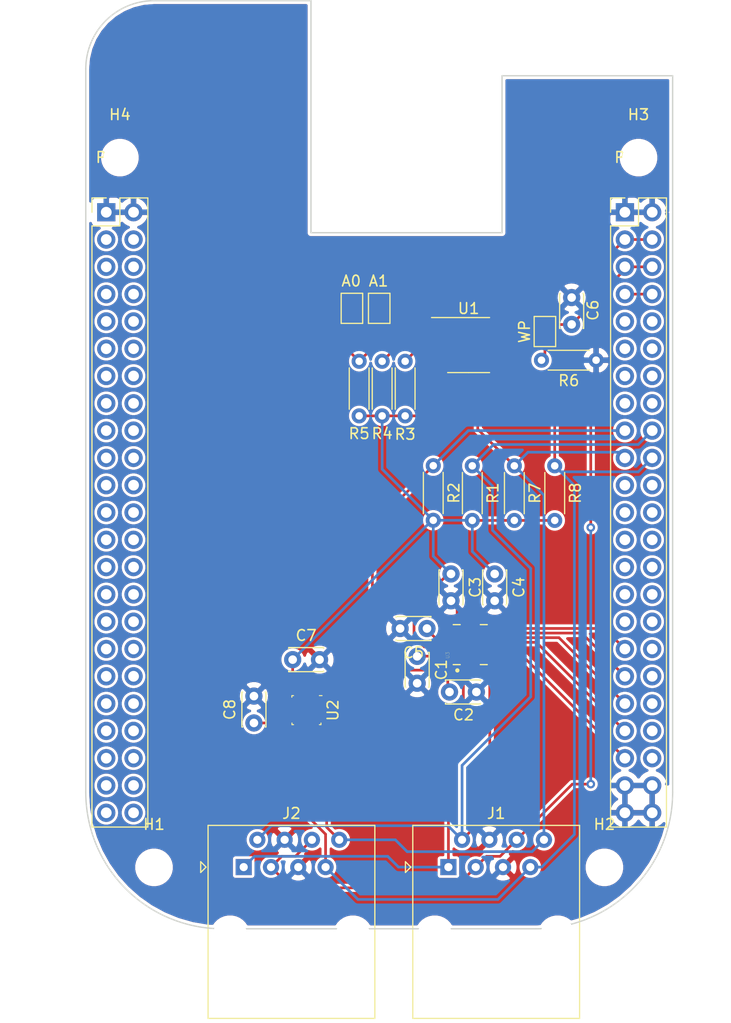
<source format=kicad_pcb>
(kicad_pcb (version 20171130) (host pcbnew "(5.1.9)-1")
  (layers (0 F.Cu signal) (31 B.Cu signal) (34 B.Paste user) (35 F.Paste user) (36 B.SilkS user) (37 F.SilkS user) (38 B.Mask user) (39 F.Mask user) (44 Edge.Cuts user))
  (net 0 "")
  (net 1 GND)
  (net 2 /I2C2_SDA)
  (net 3 /I2C2_SCL)
  (net 4 "Net-(C1-Pad1)")
  (net 5 +5V)
  (net 6 /I2C1_SDA)
  (net 7 /I2C1_SCL)
  (net 8 SYS_5V)
  (net 9 +3V3)
  (net 10 "Net-(JP1-Pad1)")
  (net 11 "Net-(JP2-Pad1)")
  (net 12 "Net-(JP3-Pad2)")
  (net 13 "Net-(R3-Pad2)")
  (net 14 "Net-(C5-Pad1)")
  (net 15 /LSM9_EN)
  (net 16 /INT2_A)
  (net 17 /INT1_A)
  (net 18 /DRDY_M)
  (net 19 /INT_M)
  (module Connector_PinHeader_2.54mm:PinHeader_2x23_P2.54mm_Vertical (layer F.Cu) (at 116.3701 62.3824)
    (fp_text reference P8 (at 0 -5.1) (layer F.SilkS))
    (fp_text value BeagleBone_Black_Header)
    (pad 1 thru_hole rect (at 0 0) (size 1.7 1.7) (drill 1) (layers *.Cu *.Mask) (net 1 GND))
    (pad 2 thru_hole oval (at 2.54 0) (size 1.7 1.7) (drill 1) (layers *.Cu *.Mask) (net 1 GND))
    (pad 3 thru_hole oval (at 0 2.54) (size 1.7 1.7) (drill 1) (layers *.Cu *.Mask))
    (pad 4 thru_hole oval (at 2.54 2.54) (size 1.7 1.7) (drill 1) (layers *.Cu *.Mask))
    (pad 5 thru_hole oval (at 0 5.08) (size 1.7 1.7) (drill 1) (layers *.Cu *.Mask))
    (pad 6 thru_hole oval (at 2.54 5.08) (size 1.7 1.7) (drill 1) (layers *.Cu *.Mask))
    (pad 7 thru_hole oval (at 0 7.62) (size 1.7 1.7) (drill 1) (layers *.Cu *.Mask))
    (pad 8 thru_hole oval (at 2.54 7.62) (size 1.7 1.7) (drill 1) (layers *.Cu *.Mask))
    (pad 9 thru_hole oval (at 0 10.16) (size 1.7 1.7) (drill 1) (layers *.Cu *.Mask))
    (pad 10 thru_hole oval (at 2.54 10.16) (size 1.7 1.7) (drill 1) (layers *.Cu *.Mask))
    (pad 11 thru_hole oval (at 0 12.7) (size 1.7 1.7) (drill 1) (layers *.Cu *.Mask))
    (pad 12 thru_hole oval (at 2.54 12.7) (size 1.7 1.7) (drill 1) (layers *.Cu *.Mask))
    (pad 13 thru_hole oval (at 0 15.24) (size 1.7 1.7) (drill 1) (layers *.Cu *.Mask))
    (pad 14 thru_hole oval (at 2.54 15.24) (size 1.7 1.7) (drill 1) (layers *.Cu *.Mask))
    (pad 15 thru_hole oval (at 0 17.78) (size 1.7 1.7) (drill 1) (layers *.Cu *.Mask))
    (pad 16 thru_hole oval (at 2.54 17.78) (size 1.7 1.7) (drill 1) (layers *.Cu *.Mask))
    (pad 17 thru_hole oval (at 0 20.32) (size 1.7 1.7) (drill 1) (layers *.Cu *.Mask))
    (pad 18 thru_hole oval (at 2.54 20.32) (size 1.7 1.7) (drill 1) (layers *.Cu *.Mask))
    (pad 19 thru_hole oval (at 0 22.86) (size 1.7 1.7) (drill 1) (layers *.Cu *.Mask))
    (pad 20 thru_hole oval (at 2.54 22.86) (size 1.7 1.7) (drill 1) (layers *.Cu *.Mask))
    (pad 21 thru_hole oval (at 0 25.4) (size 1.7 1.7) (drill 1) (layers *.Cu *.Mask))
    (pad 22 thru_hole oval (at 2.54 25.4) (size 1.7 1.7) (drill 1) (layers *.Cu *.Mask))
    (pad 23 thru_hole oval (at 0 27.94) (size 1.7 1.7) (drill 1) (layers *.Cu *.Mask))
    (pad 24 thru_hole oval (at 2.54 27.94) (size 1.7 1.7) (drill 1) (layers *.Cu *.Mask))
    (pad 25 thru_hole oval (at 0 30.48) (size 1.7 1.7) (drill 1) (layers *.Cu *.Mask))
    (pad 26 thru_hole oval (at 2.54 30.48) (size 1.7 1.7) (drill 1) (layers *.Cu *.Mask))
    (pad 27 thru_hole oval (at 0 33.02) (size 1.7 1.7) (drill 1) (layers *.Cu *.Mask))
    (pad 28 thru_hole oval (at 2.54 33.02) (size 1.7 1.7) (drill 1) (layers *.Cu *.Mask))
    (pad 29 thru_hole oval (at 0 35.56) (size 1.7 1.7) (drill 1) (layers *.Cu *.Mask))
    (pad 30 thru_hole oval (at 2.54 35.56) (size 1.7 1.7) (drill 1) (layers *.Cu *.Mask))
    (pad 31 thru_hole oval (at 0 38.1) (size 1.7 1.7) (drill 1) (layers *.Cu *.Mask))
    (pad 32 thru_hole oval (at 2.54 38.1) (size 1.7 1.7) (drill 1) (layers *.Cu *.Mask))
    (pad 33 thru_hole oval (at 0 40.64) (size 1.7 1.7) (drill 1) (layers *.Cu *.Mask))
    (pad 34 thru_hole oval (at 2.54 40.64) (size 1.7 1.7) (drill 1) (layers *.Cu *.Mask))
    (pad 35 thru_hole oval (at 0 43.18) (size 1.7 1.7) (drill 1) (layers *.Cu *.Mask))
    (pad 36 thru_hole oval (at 2.54 43.18) (size 1.7 1.7) (drill 1) (layers *.Cu *.Mask))
    (pad 37 thru_hole oval (at 0 45.72) (size 1.7 1.7) (drill 1) (layers *.Cu *.Mask))
    (pad 38 thru_hole oval (at 2.54 45.72) (size 1.7 1.7) (drill 1) (layers *.Cu *.Mask))
    (pad 39 thru_hole oval (at 0 48.26) (size 1.7 1.7) (drill 1) (layers *.Cu *.Mask))
    (pad 40 thru_hole oval (at 2.54 48.26) (size 1.7 1.7) (drill 1) (layers *.Cu *.Mask))
    (pad 41 thru_hole oval (at 0 50.8) (size 1.7 1.7) (drill 1) (layers *.Cu *.Mask))
    (pad 42 thru_hole oval (at 2.54 50.8) (size 1.7 1.7) (drill 1) (layers *.Cu *.Mask))
    (pad 43 thru_hole oval (at 0 53.34) (size 1.7 1.7) (drill 1) (layers *.Cu *.Mask))
    (pad 44 thru_hole oval (at 2.54 53.34) (size 1.7 1.7) (drill 1) (layers *.Cu *.Mask))
    (pad 45 thru_hole oval (at 0 55.88) (size 1.7 1.7) (drill 1) (layers *.Cu *.Mask))
    (pad 46 thru_hole oval (at 2.54 55.88) (size 1.7 1.7) (drill 1) (layers *.Cu *.Mask))
  )
  (module Connector_PinHeader_2.54mm:PinHeader_2x23_P2.54mm_Vertical (layer F.Cu) (at 164.6301 62.3824)
    (fp_text reference P9 (at 0 -5.1) (layer F.SilkS))
    (fp_text value BeagleBone_Black_Header)
    (pad 1 thru_hole rect (at 0 0) (size 1.7 1.7) (drill 1) (layers *.Cu *.Mask) (net 1 GND))
    (pad 2 thru_hole oval (at 2.54 0) (size 1.7 1.7) (drill 1) (layers *.Cu *.Mask) (net 1 GND))
    (pad 3 thru_hole oval (at 0 2.54) (size 1.7 1.7) (drill 1) (layers *.Cu *.Mask) (net 9 +3V3))
    (pad 4 thru_hole oval (at 2.54 2.54) (size 1.7 1.7) (drill 1) (layers *.Cu *.Mask) (net 9 +3V3))
    (pad 5 thru_hole oval (at 0 5.08) (size 1.7 1.7) (drill 1) (layers *.Cu *.Mask) (net 5 +5V))
    (pad 6 thru_hole oval (at 2.54 5.08) (size 1.7 1.7) (drill 1) (layers *.Cu *.Mask) (net 5 +5V))
    (pad 7 thru_hole oval (at 0 7.62) (size 1.7 1.7) (drill 1) (layers *.Cu *.Mask) (net 8 SYS_5V))
    (pad 8 thru_hole oval (at 2.54 7.62) (size 1.7 1.7) (drill 1) (layers *.Cu *.Mask) (net 8 SYS_5V))
    (pad 9 thru_hole oval (at 0 10.16) (size 1.7 1.7) (drill 1) (layers *.Cu *.Mask))
    (pad 10 thru_hole oval (at 2.54 10.16) (size 1.7 1.7) (drill 1) (layers *.Cu *.Mask))
    (pad 11 thru_hole oval (at 0 12.7) (size 1.7 1.7) (drill 1) (layers *.Cu *.Mask))
    (pad 12 thru_hole oval (at 2.54 12.7) (size 1.7 1.7) (drill 1) (layers *.Cu *.Mask))
    (pad 13 thru_hole oval (at 0 15.24) (size 1.7 1.7) (drill 1) (layers *.Cu *.Mask))
    (pad 14 thru_hole oval (at 2.54 15.24) (size 1.7 1.7) (drill 1) (layers *.Cu *.Mask))
    (pad 15 thru_hole oval (at 0 17.78) (size 1.7 1.7) (drill 1) (layers *.Cu *.Mask))
    (pad 16 thru_hole oval (at 2.54 17.78) (size 1.7 1.7) (drill 1) (layers *.Cu *.Mask))
    (pad 17 thru_hole oval (at 0 20.32) (size 1.7 1.7) (drill 1) (layers *.Cu *.Mask) (net 7 /I2C1_SCL))
    (pad 18 thru_hole oval (at 2.54 20.32) (size 1.7 1.7) (drill 1) (layers *.Cu *.Mask) (net 6 /I2C1_SDA))
    (pad 19 thru_hole oval (at 0 22.86) (size 1.7 1.7) (drill 1) (layers *.Cu *.Mask) (net 3 /I2C2_SCL))
    (pad 20 thru_hole oval (at 2.54 22.86) (size 1.7 1.7) (drill 1) (layers *.Cu *.Mask) (net 2 /I2C2_SDA))
    (pad 21 thru_hole oval (at 0 25.4) (size 1.7 1.7) (drill 1) (layers *.Cu *.Mask))
    (pad 22 thru_hole oval (at 2.54 25.4) (size 1.7 1.7) (drill 1) (layers *.Cu *.Mask))
    (pad 23 thru_hole oval (at 0 27.94) (size 1.7 1.7) (drill 1) (layers *.Cu *.Mask))
    (pad 24 thru_hole oval (at 2.54 27.94) (size 1.7 1.7) (drill 1) (layers *.Cu *.Mask))
    (pad 25 thru_hole oval (at 0 30.48) (size 1.7 1.7) (drill 1) (layers *.Cu *.Mask))
    (pad 26 thru_hole oval (at 2.54 30.48) (size 1.7 1.7) (drill 1) (layers *.Cu *.Mask))
    (pad 27 thru_hole oval (at 0 33.02) (size 1.7 1.7) (drill 1) (layers *.Cu *.Mask))
    (pad 28 thru_hole oval (at 2.54 33.02) (size 1.7 1.7) (drill 1) (layers *.Cu *.Mask))
    (pad 29 thru_hole oval (at 0 35.56) (size 1.7 1.7) (drill 1) (layers *.Cu *.Mask))
    (pad 30 thru_hole oval (at 2.54 35.56) (size 1.7 1.7) (drill 1) (layers *.Cu *.Mask))
    (pad 31 thru_hole oval (at 0 38.1) (size 1.7 1.7) (drill 1) (layers *.Cu *.Mask))
    (pad 32 thru_hole oval (at 2.54 38.1) (size 1.7 1.7) (drill 1) (layers *.Cu *.Mask))
    (pad 33 thru_hole oval (at 0 40.64) (size 1.7 1.7) (drill 1) (layers *.Cu *.Mask) (net 15 /LSM9_EN))
    (pad 34 thru_hole oval (at 2.54 40.64) (size 1.7 1.7) (drill 1) (layers *.Cu *.Mask))
    (pad 35 thru_hole oval (at 0 43.18) (size 1.7 1.7) (drill 1) (layers *.Cu *.Mask) (net 16 /INT2_A))
    (pad 36 thru_hole oval (at 2.54 43.18) (size 1.7 1.7) (drill 1) (layers *.Cu *.Mask))
    (pad 37 thru_hole oval (at 0 45.72) (size 1.7 1.7) (drill 1) (layers *.Cu *.Mask) (net 17 /INT1_A))
    (pad 38 thru_hole oval (at 2.54 45.72) (size 1.7 1.7) (drill 1) (layers *.Cu *.Mask))
    (pad 39 thru_hole oval (at 0 48.26) (size 1.7 1.7) (drill 1) (layers *.Cu *.Mask) (net 18 /DRDY_M))
    (pad 40 thru_hole oval (at 2.54 48.26) (size 1.7 1.7) (drill 1) (layers *.Cu *.Mask))
    (pad 41 thru_hole oval (at 0 50.8) (size 1.7 1.7) (drill 1) (layers *.Cu *.Mask) (net 19 /INT_M))
    (pad 42 thru_hole oval (at 2.54 50.8) (size 1.7 1.7) (drill 1) (layers *.Cu *.Mask))
    (pad 43 thru_hole oval (at 0 53.34) (size 1.7 1.7) (drill 1) (layers *.Cu *.Mask) (net 1 GND))
    (pad 44 thru_hole oval (at 2.54 53.34) (size 1.7 1.7) (drill 1) (layers *.Cu *.Mask) (net 1 GND))
    (pad 45 thru_hole oval (at 0 55.88) (size 1.7 1.7) (drill 1) (layers *.Cu *.Mask) (net 1 GND))
    (pad 46 thru_hole oval (at 2.54 55.88) (size 1.7 1.7) (drill 1) (layers *.Cu *.Mask) (net 1 GND))
  )
  (module Package_SO:SOIC-8_3.9x4.9mm_P1.27mm (layer F.Cu) (at 150.0889 74.7417)
    (fp_text reference U1 (at 0 -3.4) (layer F.SilkS))
    (fp_text value CAT24C256)
    (pad 8 smd roundrect (at 2.475 -1.905) (size 1.95 0.6) (layers F.Cu F.Paste F.Mask) (net 9 +3V3))
    (pad 7 smd roundrect (at 2.475 -0.635) (size 1.95 0.6) (layers F.Cu F.Paste F.Mask) (net 12 "Net-(JP3-Pad2)"))
    (pad 6 smd roundrect (at 2.475 0.635) (size 1.95 0.6) (layers F.Cu F.Paste F.Mask) (net 3 /I2C2_SCL))
    (pad 5 smd roundrect (at 2.475 1.905) (size 1.95 0.6) (layers F.Cu F.Paste F.Mask) (net 2 /I2C2_SDA))
    (pad 4 smd roundrect (at -2.475 1.905) (size 1.95 0.6) (layers F.Cu F.Paste F.Mask) (net 1 GND))
    (pad 3 smd roundrect (at -2.475 0.635) (size 1.95 0.6) (layers F.Cu F.Paste F.Mask) (net 13 "Net-(R3-Pad2)"))
    (pad 2 smd roundrect (at -2.475 -0.635) (size 1.95 0.6) (layers F.Cu F.Paste F.Mask) (net 11 "Net-(JP2-Pad1)"))
    (pad 1 smd roundrect (at -2.475 -1.905) (size 1.95 0.6) (layers F.Cu F.Paste F.Mask) (net 10 "Net-(JP1-Pad1)"))
  )
  (module Resistor_THT:R_Axial_DIN0204_L3.6mm_D1.6mm_P5.08mm_Horizontal (layer F.Cu) (at 156.8704 76.1492)
    (fp_text reference R6 (at 2.54 1.905) (layer F.SilkS))
    (fp_text value 10k)
    (pad 2 thru_hole oval (at 5.08 0) (size 1.4 1.4) (drill 0.7) (layers *.Cu *.Mask) (net 1 GND))
    (pad 1 thru_hole circle (at 0 0) (size 1.4 1.4) (drill 0.7) (layers *.Cu *.Mask) (net 12 "Net-(JP3-Pad2)"))
  )
  (module Resistor_THT:R_Axial_DIN0204_L3.6mm_D1.6mm_P5.08mm_Horizontal (layer F.Cu) (at 139.9032 81.3308 90)
    (fp_text reference R5 (at -1.651 0 180) (layer F.SilkS))
    (fp_text value 4.7k)
    (pad 2 thru_hole oval (at 5.08 0 90) (size 1.4 1.4) (drill 0.7) (layers *.Cu *.Mask) (net 10 "Net-(JP1-Pad1)"))
    (pad 1 thru_hole circle (at 0 0 90) (size 1.4 1.4) (drill 0.7) (layers *.Cu *.Mask) (net 9 +3V3))
  )
  (module Resistor_THT:R_Axial_DIN0204_L3.6mm_D1.6mm_P5.08mm_Horizontal (layer F.Cu) (at 142.04315 81.3308 90)
    (fp_text reference R4 (at -1.651 0 180) (layer F.SilkS))
    (fp_text value 4.7k)
    (pad 2 thru_hole oval (at 5.08 0 90) (size 1.4 1.4) (drill 0.7) (layers *.Cu *.Mask) (net 11 "Net-(JP2-Pad1)"))
    (pad 1 thru_hole circle (at 0 0 90) (size 1.4 1.4) (drill 0.7) (layers *.Cu *.Mask) (net 9 +3V3))
  )
  (module Resistor_THT:R_Axial_DIN0204_L3.6mm_D1.6mm_P5.08mm_Horizontal (layer F.Cu) (at 144.1831 81.3308 90)
    (fp_text reference R3 (at -1.7145 0 180) (layer F.SilkS))
    (fp_text value 4.7k)
    (pad 2 thru_hole oval (at 5.08 0 90) (size 1.4 1.4) (drill 0.7) (layers *.Cu *.Mask) (net 13 "Net-(R3-Pad2)"))
    (pad 1 thru_hole circle (at 0 0 90) (size 1.4 1.4) (drill 0.7) (layers *.Cu *.Mask) (net 9 +3V3))
  )
  (module Jumper:SolderJumper-2_P1.3mm_Open_Pad1.0x1.5mm (layer F.Cu) (at 157.1879 73.4822 270)
    (fp_text reference JP3)
    (fp_text value WP (at 0 1.9 90) (layer F.SilkS))
    (pad 1 smd rect (at -0.65 0 270) (size 1 1.5) (layers F.Cu F.Mask) (net 9 +3V3))
    (pad 2 smd rect (at 0.65 0 270) (size 1 1.5) (layers F.Cu F.Mask) (net 12 "Net-(JP3-Pad2)"))
  )
  (module Jumper:SolderJumper-2_P1.3mm_Open_Pad1.0x1.5mm (layer F.Cu) (at 141.7701 71.3232 90)
    (fp_text reference JP2)
    (fp_text value A1 (at 2.54 -0.0635 180) (layer F.SilkS))
    (pad 1 smd rect (at -0.65 0 90) (size 1 1.5) (layers F.Cu F.Mask) (net 11 "Net-(JP2-Pad1)"))
    (pad 2 smd rect (at 0.65 0 90) (size 1 1.5) (layers F.Cu F.Mask) (net 1 GND))
  )
  (module Jumper:SolderJumper-2_P1.3mm_Open_Pad1.0x1.5mm (layer F.Cu) (at 139.2301 71.3232 90)
    (fp_text reference JP1)
    (fp_text value A0 (at 2.54 -0.0635 180) (layer F.SilkS))
    (pad 1 smd rect (at -0.65 0 90) (size 1 1.5) (layers F.Cu F.Mask) (net 10 "Net-(JP1-Pad1)"))
    (pad 2 smd rect (at 0.65 0 90) (size 1 1.5) (layers F.Cu F.Mask) (net 1 GND))
  )
  (module Capacitor_THT:C_Disc_D3.0mm_W2.0mm_P2.50mm (layer F.Cu) (at 159.6771 72.8218 90)
    (fp_text reference C6 (at 1.3208 1.9812 90) (layer F.SilkS))
    (fp_text value 0.1u)
    (pad 2 thru_hole circle (at 2.5 0 90) (size 1.6 1.6) (drill 0.8) (layers *.Cu *.Mask) (net 1 GND))
    (pad 1 thru_hole circle (at 0 0 90) (size 1.6 1.6) (drill 0.8) (layers *.Cu *.Mask) (net 9 +3V3))
  )
  (module MountingHole:MountingHole_3mm (layer F.Cu) (at 117.6401 57.3024)
    (fp_text reference H4 (at 0 -4) (layer F.SilkS))
    (fp_text value MountingHole)
    (pad 1 np_thru_hole circle (at 0 0) (size 3 3) (drill 3) (layers *.Cu *.Mask))
  )
  (module MountingHole:MountingHole_3mm (layer F.Cu) (at 165.9001 57.3024)
    (fp_text reference H3 (at 0 -4) (layer F.SilkS))
    (fp_text value MountingHole)
    (pad 1 np_thru_hole circle (at 0 0) (size 3 3) (drill 3) (layers *.Cu *.Mask))
  )
  (module MountingHole:MountingHole_3mm (layer F.Cu) (at 162.7251 123.3424)
    (fp_text reference H2 (at 0 -4) (layer F.SilkS))
    (fp_text value MountingHole)
    (pad 1 np_thru_hole circle (at 0 0) (size 3 3) (drill 3) (layers *.Cu *.Mask))
  )
  (module MountingHole:MountingHole_3mm (layer F.Cu) (at 120.8151 123.3424)
    (fp_text reference H1 (at 0 -4) (layer F.SilkS))
    (fp_text value MountingHole)
    (pad 1 np_thru_hole circle (at 0 0) (size 3 3) (drill 3) (layers *.Cu *.Mask))
  )
  (module Package_LGA:Bosch_LGA-8_2.5x2.5mm_P0.65mm_ClockwisePinNumbering (layer F.Cu) (at 135.001 108.712 270)
    (fp_text reference U2 (at 0.015 -2.465 90) (layer F.SilkS))
    (fp_text value BME_280)
    (pad 5 smd rect (at 0.975 1.025) (size 0.5 0.35) (layers F.Cu F.Paste F.Mask) (net 1 GND))
    (pad 6 smd rect (at 0.325 1.025) (size 0.5 0.35) (layers F.Cu F.Paste F.Mask) (net 9 +3V3))
    (pad 7 smd rect (at -0.325 1.025) (size 0.5 0.35) (layers F.Cu F.Paste F.Mask) (net 1 GND))
    (pad 8 smd rect (at -0.975 1.025) (size 0.5 0.35) (layers F.Cu F.Paste F.Mask) (net 9 +3V3))
    (pad 1 smd rect (at -0.975 -1.025) (size 0.5 0.35) (layers F.Cu F.Paste F.Mask) (net 1 GND))
    (pad 2 smd rect (at -0.325 -1.025) (size 0.5 0.35) (layers F.Cu F.Paste F.Mask) (net 9 +3V3))
    (pad 3 smd rect (at 0.325 -1.025) (size 0.5 0.35) (layers F.Cu F.Paste F.Mask) (net 2 /I2C2_SDA))
    (pad 4 smd rect (at 0.975 -1.025) (size 0.5 0.35) (layers F.Cu F.Paste F.Mask) (net 3 /I2C2_SCL))
  )
  (module Capacitor_THT:C_Disc_D3.0mm_W2.0mm_P2.50mm (layer F.Cu) (at 130.1115 109.9058 90)
    (fp_text reference C8 (at 1.25 -2.25 90) (layer F.SilkS))
    (fp_text value 100nF)
    (pad 2 thru_hole circle (at 2.5 0 90) (size 1.6 1.6) (drill 0.8) (layers *.Cu *.Mask) (net 1 GND))
    (pad 1 thru_hole circle (at 0 0 90) (size 1.6 1.6) (drill 0.8) (layers *.Cu *.Mask) (net 9 +3V3))
  )
  (module Capacitor_THT:C_Disc_D3.0mm_W2.0mm_P2.50mm (layer F.Cu) (at 133.7183 104.013)
    (fp_text reference C7 (at 1.25 -2.25) (layer F.SilkS))
    (fp_text value 100nF)
    (pad 2 thru_hole circle (at 2.5 0) (size 1.6 1.6) (drill 0.8) (layers *.Cu *.Mask) (net 1 GND))
    (pad 1 thru_hole circle (at 0 0) (size 1.6 1.6) (drill 0.8) (layers *.Cu *.Mask) (net 9 +3V3))
  )
  (module Capacitor_THT:C_Disc_D3.0mm_W2.0mm_P2.50mm (layer F.Cu) (at 146.2151 101.1174 180)
    (fp_text reference C5 (at 1.25 -2.25) (layer F.SilkS))
    (fp_text value 10nF)
    (pad 1 thru_hole circle (at 0 0 180) (size 1.6 1.6) (drill 0.8) (layers *.Cu *.Mask) (net 14 "Net-(C5-Pad1)"))
    (pad 2 thru_hole circle (at 2.5 0 180) (size 1.6 1.6) (drill 0.8) (layers *.Cu *.Mask) (net 1 GND))
  )
  (module Capacitor_THT:C_Disc_D3.0mm_W2.0mm_P2.50mm (layer F.Cu) (at 152.5143 96.0374 270)
    (fp_text reference C4 (at 1.25 -2.25 90) (layer F.SilkS))
    (fp_text value 10uF)
    (pad 2 thru_hole circle (at 2.5 0 270) (size 1.6 1.6) (drill 0.8) (layers *.Cu *.Mask) (net 1 GND))
    (pad 1 thru_hole circle (at 0 0 270) (size 1.6 1.6) (drill 0.8) (layers *.Cu *.Mask) (net 9 +3V3))
  )
  (module Capacitor_THT:C_Disc_D3.0mm_W2.0mm_P2.50mm (layer F.Cu) (at 148.4503 96.0374 270)
    (fp_text reference C3 (at 1.25 -2.25 90) (layer F.SilkS))
    (fp_text value 100nF)
    (pad 2 thru_hole circle (at 2.5 0 270) (size 1.6 1.6) (drill 0.8) (layers *.Cu *.Mask) (net 1 GND))
    (pad 1 thru_hole circle (at 0 0 270) (size 1.6 1.6) (drill 0.8) (layers *.Cu *.Mask) (net 9 +3V3))
  )
  (module Capacitor_THT:C_Disc_D3.0mm_W2.0mm_P2.50mm (layer F.Cu) (at 148.3106 107.0229)
    (fp_text reference C2 (at 1.3062 2.1336) (layer F.SilkS))
    (fp_text value 100nF)
    (pad 2 thru_hole circle (at 2.5 0) (size 1.6 1.6) (drill 0.8) (layers *.Cu *.Mask) (net 1 GND))
    (pad 1 thru_hole circle (at 0 0) (size 1.6 1.6) (drill 0.8) (layers *.Cu *.Mask) (net 9 +3V3))
  )
  (module Capacitor_THT:C_Disc_D3.0mm_W2.0mm_P2.50mm (layer F.Cu) (at 145.3007 103.7082 270)
    (fp_text reference C1 (at 1.25 -2.25 90) (layer F.SilkS))
    (fp_text value 100nF)
    (pad 2 thru_hole circle (at 2.5 0 270) (size 1.6 1.6) (drill 0.8) (layers *.Cu *.Mask) (net 1 GND))
    (pad 1 thru_hole circle (at 0 0 270) (size 1.6 1.6) (drill 0.8) (layers *.Cu *.Mask) (net 4 "Net-(C1-Pad1)"))
  )
  (module Resistor_THT:R_Axial_DIN0204_L3.6mm_D1.6mm_P5.08mm_Horizontal (layer F.Cu) (at 146.7993 85.9663 270)
    (fp_text reference R2 (at 2.54 -1.92 90) (layer F.SilkS))
    (fp_text value 4.7k)
    (pad 2 thru_hole oval (at 5.08 0 270) (size 1.4 1.4) (drill 0.7) (layers *.Cu *.Mask) (net 9 +3V3))
    (pad 1 thru_hole circle (at 0 0 270) (size 1.4 1.4) (drill 0.7) (layers *.Cu *.Mask) (net 7 /I2C1_SCL))
  )
  (module Resistor_THT:R_Axial_DIN0204_L3.6mm_D1.6mm_P5.08mm_Horizontal (layer F.Cu) (at 150.4315 85.979 270)
    (fp_text reference R1 (at 2.54 -1.92 90) (layer F.SilkS))
    (fp_text value 4.7k)
    (pad 2 thru_hole oval (at 5.08 0 270) (size 1.4 1.4) (drill 0.7) (layers *.Cu *.Mask) (net 9 +3V3))
    (pad 1 thru_hole circle (at 0 0 270) (size 1.4 1.4) (drill 0.7) (layers *.Cu *.Mask) (net 6 /I2C1_SDA))
  )
  (module Connector_RJ:RJ45_Amphenol_54602-x08_Horizontal (layer F.Cu) (at 148.209 123.317)
    (fp_text reference J1 (at 4.445 -5) (layer F.SilkS))
    (fp_text value RJ45)
    (pad "" np_thru_hole circle (at 10.16 6.35) (size 3.2 3.2) (drill 3.2) (layers *.Cu *.Mask))
    (pad "" np_thru_hole circle (at -1.27 6.35) (size 3.2 3.2) (drill 3.2) (layers *.Cu *.Mask))
    (pad 1 thru_hole rect (at 0 0) (size 1.5 1.5) (drill 0.76) (layers *.Cu *.Mask) (net 7 /I2C1_SCL))
    (pad 2 thru_hole circle (at 1.27 -2.54) (size 1.5 1.5) (drill 0.76) (layers *.Cu *.Mask) (net 6 /I2C1_SDA))
    (pad 3 thru_hole circle (at 2.54 0) (size 1.5 1.5) (drill 0.76) (layers *.Cu *.Mask) (net 5 +5V))
    (pad 4 thru_hole circle (at 3.81 -2.54) (size 1.5 1.5) (drill 0.76) (layers *.Cu *.Mask) (net 1 GND))
    (pad 5 thru_hole circle (at 5.08 0) (size 1.5 1.5) (drill 0.76) (layers *.Cu *.Mask) (net 1 GND))
    (pad 6 thru_hole circle (at 6.35 -2.54) (size 1.5 1.5) (drill 0.76) (layers *.Cu *.Mask) (net 5 +5V))
    (pad 7 thru_hole circle (at 7.62 0) (size 1.5 1.5) (drill 0.76) (layers *.Cu *.Mask) (net 2 /I2C2_SDA))
    (pad 8 thru_hole circle (at 8.89 -2.54) (size 1.5 1.5) (drill 0.76) (layers *.Cu *.Mask) (net 3 /I2C2_SCL))
  )
  (module Connector_RJ:RJ45_Amphenol_54602-x08_Horizontal (layer F.Cu) (at 129.159 123.317)
    (fp_text reference J2 (at 4.445 -5) (layer F.SilkS))
    (fp_text value RJ45)
    (pad "" np_thru_hole circle (at 10.16 6.35) (size 3.2 3.2) (drill 3.2) (layers *.Cu *.Mask))
    (pad "" np_thru_hole circle (at -1.27 6.35) (size 3.2 3.2) (drill 3.2) (layers *.Cu *.Mask))
    (pad 1 thru_hole rect (at 0 0) (size 1.5 1.5) (drill 0.76) (layers *.Cu *.Mask) (net 7 /I2C1_SCL))
    (pad 2 thru_hole circle (at 1.27 -2.54) (size 1.5 1.5) (drill 0.76) (layers *.Cu *.Mask) (net 6 /I2C1_SDA))
    (pad 3 thru_hole circle (at 2.54 0) (size 1.5 1.5) (drill 0.76) (layers *.Cu *.Mask) (net 5 +5V))
    (pad 4 thru_hole circle (at 3.81 -2.54) (size 1.5 1.5) (drill 0.76) (layers *.Cu *.Mask) (net 1 GND))
    (pad 5 thru_hole circle (at 5.08 0) (size 1.5 1.5) (drill 0.76) (layers *.Cu *.Mask) (net 1 GND))
    (pad 6 thru_hole circle (at 6.35 -2.54) (size 1.5 1.5) (drill 0.76) (layers *.Cu *.Mask) (net 5 +5V))
    (pad 7 thru_hole circle (at 7.62 0) (size 1.5 1.5) (drill 0.76) (layers *.Cu *.Mask) (net 2 /I2C2_SDA))
    (pad 8 thru_hole circle (at 8.89 -2.54) (size 1.5 1.5) (drill 0.76) (layers *.Cu *.Mask) (net 3 /I2C2_SCL))
  )
  (module Resistor_THT:R_Axial_DIN0204_L3.6mm_D1.6mm_P5.08mm_Horizontal (layer F.Cu) (at 158.1023 85.979 270)
    (fp_text reference R8 (at 2.54 -1.92 90) (layer F.SilkS))
    (fp_text value 4.7k)
    (pad 2 thru_hole oval (at 5.08 0 270) (size 1.4 1.4) (drill 0.7) (layers *.Cu *.Mask) (net 9 +3V3))
    (pad 1 thru_hole circle (at 0 0 270) (size 1.4 1.4) (drill 0.7) (layers *.Cu *.Mask) (net 2 /I2C2_SDA))
  )
  (module Resistor_THT:R_Axial_DIN0204_L3.6mm_D1.6mm_P5.08mm_Horizontal (layer F.Cu) (at 154.3431 85.979 270)
    (fp_text reference R7 (at 2.54 -1.92 90) (layer F.SilkS))
    (fp_text value 4.7k)
    (pad 2 thru_hole oval (at 5.08 0 270) (size 1.4 1.4) (drill 0.7) (layers *.Cu *.Mask) (net 9 +3V3))
    (pad 1 thru_hole circle (at 0 0 270) (size 1.4 1.4) (drill 0.7) (layers *.Cu *.Mask) (net 3 /I2C2_SCL))
  )
  (module LSM9_DS1:LSM9_DS1 (layer F.Cu) (at 150.241 102.616 90)
    (fp_text reference U3 (at -0.985583 -2.106588 90) (layer F.SilkS) (effects (font (size 0.320516 0.320516) (thickness 0.015))))
    (fp_text value LSM9_DS1)
    (pad 24 smd rect (at -1.075 -1.22 90) (size 0.28 0.53) (layers F.Cu F.Paste F.Mask) (net 4 "Net-(C1-Pad1)"))
    (pad 23 smd rect (at -0.645 -1.22 90) (size 0.28 0.53) (layers F.Cu F.Paste F.Mask) (net 9 +3V3))
    (pad 22 smd rect (at -0.215 -1.22 90) (size 0.28 0.53) (layers F.Cu F.Paste F.Mask) (net 9 +3V3))
    (pad 21 smd rect (at 0.215 -1.22 90) (size 0.28 0.53) (layers F.Cu F.Paste F.Mask) (net 14 "Net-(C5-Pad1)"))
    (pad 20 smd rect (at 0.645 -1.22 90) (size 0.28 0.53) (layers F.Cu F.Paste F.Mask) (net 1 GND))
    (pad 19 smd rect (at 1.075 -1.22 90) (size 0.28 0.53) (layers F.Cu F.Paste F.Mask) (net 1 GND))
    (pad 18 smd rect (at 1.505 -1.22 90) (size 0.28 0.53) (layers F.Cu F.Paste F.Mask) (net 1 GND))
    (pad 17 smd rect (at 1.47 -0.645 90) (size 0.53 0.28) (layers F.Cu F.Paste F.Mask) (net 1 GND))
    (pad 16 smd rect (at 1.47 -0.215 90) (size 0.53 0.28) (layers F.Cu F.Paste F.Mask) (net 1 GND))
    (pad 15 smd rect (at 1.47 0.215 90) (size 0.53 0.28) (layers F.Cu F.Paste F.Mask) (net 1 GND))
    (pad 14 smd rect (at 1.47 0.645 90) (size 0.53 0.28) (layers F.Cu F.Paste F.Mask) (net 1 GND))
    (pad 13 smd rect (at 1.505 1.22 90) (size 0.28 0.53) (layers F.Cu F.Paste F.Mask) (net 15 /LSM9_EN))
    (pad 12 smd rect (at 1.075 1.22 90) (size 0.28 0.53) (layers F.Cu F.Paste F.Mask) (net 16 /INT2_A))
    (pad 11 smd rect (at 0.645 1.22 90) (size 0.28 0.53) (layers F.Cu F.Paste F.Mask) (net 17 /INT1_A))
    (pad 10 smd rect (at 0.215 1.22 90) (size 0.28 0.53) (layers F.Cu F.Paste F.Mask) (net 18 /DRDY_M))
    (pad 9 smd rect (at -0.215 1.22 90) (size 0.28 0.53) (layers F.Cu F.Paste F.Mask) (net 19 /INT_M))
    (pad 8 smd rect (at -0.645 1.22 90) (size 0.28 0.53) (layers F.Cu F.Paste F.Mask) (net 9 +3V3))
    (pad 7 smd rect (at -1.075 1.22 90) (size 0.28 0.53) (layers F.Cu F.Paste F.Mask) (net 9 +3V3))
    (pad 6 smd rect (at -1.505 1.22 90) (size 0.28 0.53) (layers F.Cu F.Paste F.Mask) (net 1 GND))
    (pad 5 smd rect (at -1.47 0.645 90) (size 0.53 0.28) (layers F.Cu F.Paste F.Mask) (net 1 GND))
    (pad 4 smd rect (at -1.47 0.215 90) (size 0.53 0.28) (layers F.Cu F.Paste F.Mask) (net 6 /I2C1_SDA))
    (pad 3 smd rect (at -1.47 -0.215 90) (size 0.53 0.28) (layers F.Cu F.Paste F.Mask) (net 9 +3V3))
    (pad 2 smd rect (at -1.47 -0.645 90) (size 0.53 0.28) (layers F.Cu F.Paste F.Mask) (net 7 /I2C1_SCL))
    (pad 1 smd rect (at -1.505 -1.22 90) (size 0.28 0.53) (layers F.Cu F.Paste F.Mask) (net 9 +3V3))
  )
  (gr_arc (start 127.1651 116.3574) (end 127.1651 129.0574) (angle 90) (layer Edge.Cuts) (width 0.127))
  (gr_arc (start 156.3751 116.3574) (end 169.0751 116.3574) (angle 90) (layer Edge.Cuts) (width 0.127))
  (gr_arc (start 120.8151 49.0474) (end 114.4651 49.0474) (angle 90) (layer Edge.Cuts) (width 0.127))
  (gr_line (start 135.4201 42.6974) (end 120.8151 42.6974) (layer Edge.Cuts) (width 0.127))
  (gr_line (start 135.4201 64.2874) (end 135.4201 42.6974) (layer Edge.Cuts) (width 0.127))
  (gr_line (start 153.2001 64.2874) (end 135.4201 64.2874) (layer Edge.Cuts) (width 0.127))
  (gr_line (start 153.2001 49.6824) (end 153.2001 64.2874) (layer Edge.Cuts) (width 0.127))
  (gr_line (start 169.0751 49.6824) (end 153.2001 49.6824) (layer Edge.Cuts) (width 0.127))
  (gr_line (start 169.0751 116.3574) (end 169.0751 49.6824) (layer Edge.Cuts) (width 0.127))
  (gr_line (start 127.1651 129.0574) (end 156.3751 129.0574) (layer Edge.Cuts) (width 0.127))
  (gr_line (start 114.4651 49.0474) (end 114.4651 116.3574) (layer Edge.Cuts) (width 0.127))
  (segment (start 134.476 108.387) (end 134.7851 108.6961) (width 0.25) (layer F.Cu) (net 1))
  (segment (start 133.976 108.387) (end 134.476 108.387) (width 0.25) (layer F.Cu) (net 1))
  (segment (start 134.7851 108.6961) (end 134.7851 110.5154) (width 0.25) (layer F.Cu) (net 1))
  (segment (start 150.886 104.404602) (end 151.408798 104.9274) (width 0.25) (layer F.Cu) (net 1))
  (segment (start 150.886 104.086) (end 150.886 104.404602) (width 0.25) (layer F.Cu) (net 1))
  (segment (start 151.408798 104.9274) (end 152.0571 104.9274) (width 0.25) (layer F.Cu) (net 1))
  (segment (start 149.021 101.971) (end 149.021 101.541) (width 0.25) (layer F.Cu) (net 1))
  (segment (start 149.021 101.111) (end 149.021 101.541) (width 0.25) (layer F.Cu) (net 1))
  (segment (start 149.561 101.111) (end 149.596 101.146) (width 0.25) (layer F.Cu) (net 1))
  (segment (start 149.021 101.111) (end 149.561 101.111) (width 0.25) (layer F.Cu) (net 1))
  (segment (start 149.596 101.146) (end 150.026 101.146) (width 0.25) (layer F.Cu) (net 1))
  (segment (start 150.026 101.146) (end 150.456 101.146) (width 0.25) (layer F.Cu) (net 1))
  (segment (start 150.456 101.146) (end 150.886 101.146) (width 0.25) (layer F.Cu) (net 1))
  (segment (start 149.021 99.1081) (end 148.4503 98.5374) (width 0.25) (layer F.Cu) (net 1))
  (segment (start 149.021 101.111) (end 149.021 99.1081) (width 0.25) (layer F.Cu) (net 1))
  (segment (start 151.461 104.121) (end 152.0127 104.121) (width 0.25) (layer F.Cu) (net 1))
  (segment (start 165.8747 86.5378) (end 167.1701 85.2424) (width 0.25) (layer B.Cu) (net 2))
  (segment (start 158.6611 86.5378) (end 165.8747 86.5378) (width 0.25) (layer B.Cu) (net 2))
  (segment (start 158.1023 85.979) (end 158.6611 86.5378) (width 0.25) (layer B.Cu) (net 2))
  (segment (start 152.5639 76.6467) (end 154.3072 76.6467) (width 0.25) (layer F.Cu) (net 2))
  (segment (start 158.1023 80.4418) (end 158.1023 85.979) (width 0.25) (layer F.Cu) (net 2))
  (segment (start 154.3072 76.6467) (end 158.1023 80.4418) (width 0.25) (layer F.Cu) (net 2))
  (segment (start 136.779 120.2563) (end 136.779 123.317) (width 0.25) (layer F.Cu) (net 2))
  (segment (start 135.2931 118.7704) (end 136.779 120.2563) (width 0.25) (layer F.Cu) (net 2))
  (segment (start 135.2931 109.2699) (end 135.2931 118.7704) (width 0.25) (layer F.Cu) (net 2))
  (segment (start 135.526 109.037) (end 135.2931 109.2699) (width 0.25) (layer F.Cu) (net 2))
  (segment (start 136.026 109.037) (end 135.526 109.037) (width 0.25) (layer F.Cu) (net 2))
  (segment (start 139.7889 126.3269) (end 136.779 123.317) (width 0.25) (layer B.Cu) (net 2))
  (segment (start 152.8191 126.3269) (end 139.7889 126.3269) (width 0.25) (layer B.Cu) (net 2))
  (segment (start 155.829 123.317) (end 152.8191 126.3269) (width 0.25) (layer B.Cu) (net 2))
  (segment (start 159.9311 120.27556) (end 159.9311 87.8078) (width 0.25) (layer B.Cu) (net 2))
  (segment (start 159.9311 87.8078) (end 158.1023 85.979) (width 0.25) (layer B.Cu) (net 2))
  (segment (start 156.88966 123.317) (end 159.9311 120.27556) (width 0.25) (layer B.Cu) (net 2))
  (segment (start 155.829 123.317) (end 156.88966 123.317) (width 0.25) (layer B.Cu) (net 2))
  (segment (start 154.3431 85.979) (end 155.6131 84.709) (width 0.25) (layer B.Cu) (net 3))
  (segment (start 164.0967 84.709) (end 164.6301 85.2424) (width 0.25) (layer B.Cu) (net 3))
  (segment (start 155.6131 84.709) (end 164.0967 84.709) (width 0.25) (layer B.Cu) (net 3))
  (segment (start 150.9395 82.5754) (end 154.3431 85.979) (width 0.25) (layer F.Cu) (net 3))
  (segment (start 151.9406 75.3767) (end 150.9395 76.3778) (width 0.25) (layer F.Cu) (net 3))
  (segment (start 150.9395 76.3778) (end 150.9395 82.5754) (width 0.25) (layer F.Cu) (net 3))
  (segment (start 152.5639 75.3767) (end 151.9406 75.3767) (width 0.25) (layer F.Cu) (net 3))
  (segment (start 136.8806 119.6086) (end 138.049 120.777) (width 0.25) (layer F.Cu) (net 3))
  (segment (start 136.8806 110.5416) (end 136.8806 119.6086) (width 0.25) (layer F.Cu) (net 3))
  (segment (start 136.026 109.687) (end 136.8806 110.5416) (width 0.25) (layer F.Cu) (net 3))
  (segment (start 157.099 120.777) (end 157.099 88.7095) (width 0.25) (layer B.Cu) (net 3))
  (segment (start 154.3685 85.979) (end 154.3431 85.979) (width 0.25) (layer B.Cu) (net 3))
  (segment (start 157.099 88.7095) (end 154.3685 85.979) (width 0.25) (layer B.Cu) (net 3))
  (segment (start 143.2687 120.777) (end 138.049 120.777) (width 0.25) (layer B.Cu) (net 3))
  (segment (start 144.3736 121.8819) (end 143.2687 120.777) (width 0.25) (layer B.Cu) (net 3))
  (segment (start 155.9941 121.8819) (end 144.3736 121.8819) (width 0.25) (layer B.Cu) (net 3))
  (segment (start 157.099 120.777) (end 155.9941 121.8819) (width 0.25) (layer B.Cu) (net 3))
  (segment (start 145.3179 103.691) (end 145.3007 103.7082) (width 0.25) (layer F.Cu) (net 4))
  (segment (start 149.021 103.691) (end 145.3179 103.691) (width 0.25) (layer F.Cu) (net 4))
  (segment (start 133.971001 122.314999) (end 135.509 120.777) (width 0.25) (layer F.Cu) (net 5))
  (segment (start 132.701001 122.314999) (end 133.971001 122.314999) (width 0.25) (layer F.Cu) (net 5))
  (segment (start 131.699 123.317) (end 132.701001 122.314999) (width 0.25) (layer F.Cu) (net 5))
  (segment (start 153.021001 122.314999) (end 154.559 120.777) (width 0.25) (layer F.Cu) (net 5))
  (segment (start 151.751001 122.314999) (end 153.021001 122.314999) (width 0.25) (layer F.Cu) (net 5))
  (segment (start 150.749 123.317) (end 151.751001 122.314999) (width 0.25) (layer F.Cu) (net 5))
  (segment (start 167.1701 67.4624) (end 164.6301 67.4624) (width 0.25) (layer F.Cu) (net 5))
  (via (at 161.4551 115.5954) (size 0.8) (drill 0.4) (layers F.Cu B.Cu) (net 5))
  (segment (start 159.7406 115.5954) (end 161.4551 115.5954) (width 0.25) (layer F.Cu) (net 5))
  (segment (start 154.559 120.777) (end 159.7406 115.5954) (width 0.25) (layer F.Cu) (net 5))
  (via (at 161.4551 91.7194) (size 0.8) (drill 0.4) (layers F.Cu B.Cu) (net 5))
  (segment (start 161.4551 115.5954) (end 161.4551 91.7194) (width 0.25) (layer B.Cu) (net 5))
  (segment (start 164.63001 67.46249) (end 164.6301 67.4624) (width 0.25) (layer F.Cu) (net 5))
  (segment (start 164.63001 67.71649) (end 164.63001 67.46249) (width 0.25) (layer F.Cu) (net 5))
  (segment (start 162.9791 69.3674) (end 164.63001 67.71649) (width 0.25) (layer F.Cu) (net 5))
  (segment (start 162.9791 72.1614) (end 162.9791 69.3674) (width 0.25) (layer F.Cu) (net 5))
  (segment (start 160.1851 74.9554) (end 162.9791 72.1614) (width 0.25) (layer F.Cu) (net 5))
  (segment (start 160.1851 78.5114) (end 160.1851 74.9554) (width 0.25) (layer F.Cu) (net 5))
  (segment (start 161.4551 79.7814) (end 160.1851 78.5114) (width 0.25) (layer F.Cu) (net 5))
  (segment (start 161.4551 91.7194) (end 161.4551 79.7814) (width 0.25) (layer F.Cu) (net 5))
  (segment (start 148.8186 125.2474) (end 150.749 123.317) (width 0.25) (layer F.Cu) (net 5))
  (segment (start 133.6294 125.2474) (end 148.8186 125.2474) (width 0.25) (layer F.Cu) (net 5))
  (segment (start 131.699 123.317) (end 133.6294 125.2474) (width 0.25) (layer F.Cu) (net 5))
  (segment (start 165.8747 83.9978) (end 167.1701 82.7024) (width 0.25) (layer B.Cu) (net 6))
  (segment (start 152.4127 83.9978) (end 165.8747 83.9978) (width 0.25) (layer B.Cu) (net 6))
  (segment (start 150.4315 85.979) (end 152.4127 83.9978) (width 0.25) (layer B.Cu) (net 6))
  (segment (start 152.0571 118.1989) (end 149.479 120.777) (width 0.25) (layer F.Cu) (net 6))
  (segment (start 150.456 104.601) (end 152.0571 106.2021) (width 0.25) (layer F.Cu) (net 6))
  (segment (start 150.456 104.086) (end 150.456 104.601) (width 0.25) (layer F.Cu) (net 6))
  (segment (start 131.7371 119.4689) (end 130.429 120.777) (width 0.25) (layer B.Cu) (net 6))
  (segment (start 148.1709 119.4689) (end 131.7371 119.4689) (width 0.25) (layer B.Cu) (net 6))
  (segment (start 149.479 120.777) (end 148.1709 119.4689) (width 0.25) (layer B.Cu) (net 6))
  (segment (start 152.0571 106.2021) (end 152.0571 118.1989) (width 0.25) (layer F.Cu) (net 6))
  (segment (start 152.3111 87.8586) (end 150.4315 85.979) (width 0.25) (layer B.Cu) (net 6))
  (segment (start 152.3111 91.9734) (end 152.3111 87.8586) (width 0.25) (layer B.Cu) (net 6))
  (segment (start 155.8671 95.5294) (end 152.3111 91.9734) (width 0.25) (layer B.Cu) (net 6))
  (segment (start 155.8671 107.4674) (end 155.8671 95.5294) (width 0.25) (layer B.Cu) (net 6))
  (segment (start 149.479 113.8555) (end 155.8671 107.4674) (width 0.25) (layer B.Cu) (net 6))
  (segment (start 149.479 120.777) (end 149.479 113.8555) (width 0.25) (layer B.Cu) (net 6))
  (segment (start 150.0632 82.7024) (end 164.6301 82.7024) (width 0.25) (layer B.Cu) (net 7))
  (segment (start 146.7993 85.9663) (end 150.0632 82.7024) (width 0.25) (layer B.Cu) (net 7))
  (segment (start 148.209 109.9185) (end 148.209 123.317) (width 0.25) (layer F.Cu) (net 7))
  (segment (start 149.596 108.5315) (end 148.209 109.9185) (width 0.25) (layer F.Cu) (net 7))
  (segment (start 149.596 104.086) (end 149.596 108.5315) (width 0.25) (layer F.Cu) (net 7))
  (segment (start 145.3642 109.9185) (end 148.209 109.9185) (width 0.25) (layer F.Cu) (net 7))
  (segment (start 141.1351 105.6894) (end 145.3642 109.9185) (width 0.25) (layer F.Cu) (net 7))
  (segment (start 141.1351 91.6305) (end 141.1351 105.6894) (width 0.25) (layer F.Cu) (net 7))
  (segment (start 146.7993 85.9663) (end 141.1351 91.6305) (width 0.25) (layer F.Cu) (net 7))
  (segment (start 130.161001 122.314999) (end 129.159 123.317) (width 0.25) (layer B.Cu) (net 7))
  (segment (start 143.567263 123.317) (end 142.565262 122.314999) (width 0.25) (layer B.Cu) (net 7))
  (segment (start 142.565262 122.314999) (end 130.161001 122.314999) (width 0.25) (layer B.Cu) (net 7))
  (segment (start 148.209 123.317) (end 143.567263 123.317) (width 0.25) (layer B.Cu) (net 7))
  (segment (start 164.6301 70.0024) (end 167.1701 70.0024) (width 0.25) (layer F.Cu) (net 8))
  (segment (start 150.4188 91.0463) (end 150.4315 91.059) (width 0.25) (layer B.Cu) (net 9))
  (segment (start 146.7993 91.0463) (end 150.4188 91.0463) (width 0.25) (layer B.Cu) (net 9))
  (segment (start 157.1834 72.8367) (end 157.1879 72.8322) (width 0.25) (layer F.Cu) (net 9))
  (segment (start 152.5639 72.8367) (end 157.1834 72.8367) (width 0.25) (layer F.Cu) (net 9))
  (segment (start 159.6667 72.8322) (end 159.6771 72.8218) (width 0.25) (layer F.Cu) (net 9))
  (segment (start 157.1879 72.8322) (end 159.6667 72.8322) (width 0.25) (layer F.Cu) (net 9))
  (segment (start 139.9032 81.3308) (end 142.04315 81.3308) (width 0.25) (layer F.Cu) (net 9))
  (segment (start 142.04315 81.3308) (end 144.1831 81.3308) (width 0.25) (layer F.Cu) (net 9))
  (segment (start 151.5889 72.8367) (end 152.5639 72.8367) (width 0.25) (layer F.Cu) (net 9))
  (segment (start 149.8727 74.5529) (end 151.5889 72.8367) (width 0.25) (layer F.Cu) (net 9))
  (segment (start 149.8727 78.7654) (end 149.8727 74.5529) (width 0.25) (layer F.Cu) (net 9))
  (segment (start 147.3073 81.3308) (end 149.8727 78.7654) (width 0.25) (layer F.Cu) (net 9))
  (segment (start 144.1831 81.3308) (end 147.3073 81.3308) (width 0.25) (layer F.Cu) (net 9))
  (segment (start 146.7993 94.3864) (end 148.4503 96.0374) (width 0.25) (layer B.Cu) (net 9))
  (segment (start 146.7993 91.0463) (end 146.7993 94.3864) (width 0.25) (layer B.Cu) (net 9))
  (segment (start 150.4315 93.9546) (end 152.5143 96.0374) (width 0.25) (layer B.Cu) (net 9))
  (segment (start 150.4315 91.059) (end 150.4315 93.9546) (width 0.25) (layer B.Cu) (net 9))
  (segment (start 149.021 103.261) (end 149.021 102.793001) (width 0.25) (layer F.Cu) (net 9))
  (segment (start 149.286 102.831) (end 149.021 102.831) (width 0.25) (layer F.Cu) (net 9))
  (segment (start 150.026 104.086) (end 150.026 103.571) (width 0.25) (layer F.Cu) (net 9))
  (segment (start 148.1836 96.0374) (end 148.4503 96.0374) (width 0.25) (layer F.Cu) (net 9))
  (segment (start 145.0086 101.859138) (end 145.0086 99.2124) (width 0.25) (layer F.Cu) (net 9))
  (segment (start 145.980462 102.831) (end 145.0086 101.859138) (width 0.25) (layer F.Cu) (net 9))
  (segment (start 145.0086 99.2124) (end 148.1836 96.0374) (width 0.25) (layer F.Cu) (net 9))
  (segment (start 149.021 102.831) (end 145.980462 102.831) (width 0.25) (layer F.Cu) (net 9))
  (segment (start 143.6751 103.192638) (end 145.0086 101.859138) (width 0.25) (layer F.Cu) (net 9))
  (segment (start 143.6751 104.4829) (end 143.6751 103.192638) (width 0.25) (layer F.Cu) (net 9))
  (segment (start 144.1831 104.9909) (end 143.6751 104.4829) (width 0.25) (layer F.Cu) (net 9))
  (segment (start 148.1511 104.9909) (end 144.1831 104.9909) (width 0.25) (layer F.Cu) (net 9))
  (segment (start 149.021 104.121) (end 148.1511 104.9909) (width 0.25) (layer F.Cu) (net 9))
  (segment (start 148.1511 106.8634) (end 148.3106 107.0229) (width 0.25) (layer F.Cu) (net 9))
  (segment (start 148.1511 104.9909) (end 148.1511 106.8634) (width 0.25) (layer F.Cu) (net 9))
  (segment (start 136.026 108.387) (end 135.5777 108.387) (width 0.25) (layer F.Cu) (net 9))
  (segment (start 134.9277 107.737) (end 133.976 107.737) (width 0.25) (layer F.Cu) (net 9))
  (segment (start 135.5777 108.387) (end 134.9277 107.737) (width 0.25) (layer F.Cu) (net 9))
  (segment (start 159.6771 72.8218) (end 162.4711 70.0278) (width 0.25) (layer F.Cu) (net 9))
  (segment (start 162.4711 67.0814) (end 164.6301 64.9224) (width 0.25) (layer F.Cu) (net 9))
  (segment (start 162.4711 70.0278) (end 162.4711 67.0814) (width 0.25) (layer F.Cu) (net 9))
  (segment (start 164.6301 64.9224) (end 167.1701 64.9224) (width 0.25) (layer F.Cu) (net 9))
  (segment (start 130.1115 109.9058) (end 131.3307 109.9058) (width 0.25) (layer F.Cu) (net 9))
  (segment (start 132.1995 109.037) (end 133.976 109.037) (width 0.25) (layer F.Cu) (net 9))
  (segment (start 131.3307 109.9058) (end 132.1995 109.037) (width 0.25) (layer F.Cu) (net 9))
  (segment (start 133.4995 107.737) (end 133.976 107.737) (width 0.25) (layer F.Cu) (net 9))
  (segment (start 132.1995 109.037) (end 133.4995 107.737) (width 0.25) (layer F.Cu) (net 9))
  (segment (start 133.7183 107.4793) (end 133.976 107.737) (width 0.25) (layer F.Cu) (net 9))
  (segment (start 133.7183 104.013) (end 133.7183 107.4793) (width 0.25) (layer F.Cu) (net 9))
  (segment (start 146.685 91.0463) (end 146.7993 91.0463) (width 0.25) (layer B.Cu) (net 9))
  (segment (start 133.7183 104.013) (end 146.685 91.0463) (width 0.25) (layer B.Cu) (net 9))
  (segment (start 142.04315 86.29015) (end 142.04315 81.3308) (width 0.25) (layer B.Cu) (net 9))
  (segment (start 146.7993 91.0463) (end 142.04315 86.29015) (width 0.25) (layer B.Cu) (net 9))
  (segment (start 151.461 103.691) (end 151.461 103.261) (width 0.25) (layer F.Cu) (net 9))
  (segment (start 150.1675 103.261) (end 149.94175 103.48675) (width 0.25) (layer F.Cu) (net 9))
  (segment (start 151.461 103.261) (end 150.1675 103.261) (width 0.25) (layer F.Cu) (net 9))
  (segment (start 149.94175 103.48675) (end 149.286 102.831) (width 0.25) (layer F.Cu) (net 9))
  (segment (start 150.026 103.571) (end 149.94175 103.48675) (width 0.25) (layer F.Cu) (net 9))
  (segment (start 154.3431 91.059) (end 158.1023 91.059) (width 0.25) (layer F.Cu) (net 9))
  (segment (start 150.4315 91.059) (end 154.3431 91.059) (width 0.25) (layer F.Cu) (net 9))
  (segment (start 143.3173 72.8367) (end 139.9032 76.2508) (width 0.25) (layer F.Cu) (net 10))
  (segment (start 147.6139 72.8367) (end 143.3173 72.8367) (width 0.25) (layer F.Cu) (net 10))
  (segment (start 139.2301 75.5777) (end 139.9032 76.2508) (width 0.25) (layer F.Cu) (net 10))
  (segment (start 139.2301 72.278) (end 139.2301 75.5777) (width 0.25) (layer F.Cu) (net 10))
  (segment (start 144.2063 74.1067) (end 142.0622 76.2508) (width 0.25) (layer F.Cu) (net 11))
  (segment (start 147.6139 74.1067) (end 144.2063 74.1067) (width 0.25) (layer F.Cu) (net 11))
  (segment (start 149.3139 72.0598) (end 141.8567 72.0598) (width 0.25) (layer F.Cu) (net 11))
  (segment (start 149.5679 72.3138) (end 149.3139 72.0598) (width 0.25) (layer F.Cu) (net 11))
  (segment (start 149.5679 73.4314) (end 149.5679 72.3138) (width 0.25) (layer F.Cu) (net 11))
  (segment (start 141.8567 72.0598) (end 141.7701 71.9732) (width 0.25) (layer F.Cu) (net 11))
  (segment (start 148.8926 74.1067) (end 149.5679 73.4314) (width 0.25) (layer F.Cu) (net 11))
  (segment (start 147.6139 74.1067) (end 148.8926 74.1067) (width 0.25) (layer F.Cu) (net 11))
  (segment (start 157.1624 74.1067) (end 157.1879 74.1322) (width 0.25) (layer F.Cu) (net 12))
  (segment (start 152.5639 74.1067) (end 157.1624 74.1067) (width 0.25) (layer F.Cu) (net 12))
  (segment (start 157.1879 75.8317) (end 156.8704 76.1492) (width 0.25) (layer F.Cu) (net 12))
  (segment (start 157.1879 74.1322) (end 157.1879 75.8317) (width 0.25) (layer F.Cu) (net 12))
  (segment (start 145.0572 75.3767) (end 147.6139 75.3767) (width 0.25) (layer F.Cu) (net 13))
  (segment (start 144.1831 76.2508) (end 145.0572 75.3767) (width 0.25) (layer F.Cu) (net 13))
  (segment (start 146.2386 101.2444) (end 147.3581 102.3639) (width 0.25) (layer F.Cu) (net 14))
  (segment (start 148.9839 102.3639) (end 149.021 102.401) (width 0.25) (layer F.Cu) (net 14))
  (segment (start 147.3581 102.3639) (end 148.9839 102.3639) (width 0.25) (layer F.Cu) (net 14))
  (segment (start 162.7187 101.111) (end 164.6301 103.0224) (width 0.25) (layer F.Cu) (net 15))
  (segment (start 151.461 101.111) (end 162.7187 101.111) (width 0.25) (layer F.Cu) (net 15))
  (segment (start 160.6087 101.541) (end 164.6301 105.5624) (width 0.25) (layer F.Cu) (net 16))
  (segment (start 151.461 101.541) (end 160.6087 101.541) (width 0.25) (layer F.Cu) (net 16))
  (segment (start 158.4987 101.971) (end 164.6301 108.1024) (width 0.25) (layer F.Cu) (net 17))
  (segment (start 151.461 101.971) (end 158.4987 101.971) (width 0.25) (layer F.Cu) (net 17))
  (segment (start 156.3887 102.401) (end 164.6301 110.6424) (width 0.25) (layer F.Cu) (net 18))
  (segment (start 151.461 102.401) (end 156.3887 102.401) (width 0.25) (layer F.Cu) (net 18))
  (segment (start 154.2787 102.831) (end 164.6301 113.1824) (width 0.25) (layer F.Cu) (net 19))
  (segment (start 151.461 102.831) (end 154.2787 102.831) (width 0.25) (layer F.Cu) (net 19))
  (zone (net 1) (net_name GND) (layer F.Cu) (connect_pads (clearance 0.254)) (min_thickness 0.254) (fill yes (arc_segments 32) (thermal_gap 0.508) (thermal_bridge_width 0.508))
    (polygon (pts (xy 169.0751 129.0574) (xy 114.4651 129.0574) (xy 114.4651 42.6974) (xy 169.0751 42.6974)))
  )
  (zone (net 1) (net_name GND) (layer B.Cu) (connect_pads (clearance 0.254)) (min_thickness 0.254) (fill yes (arc_segments 32) (thermal_gap 0.508) (thermal_bridge_width 0.508))
    (polygon (pts (xy 169.0751 129.0574) (xy 114.4651 129.0574) (xy 114.4651 42.6974) (xy 169.0751 42.6974)))
  )
)
</source>
